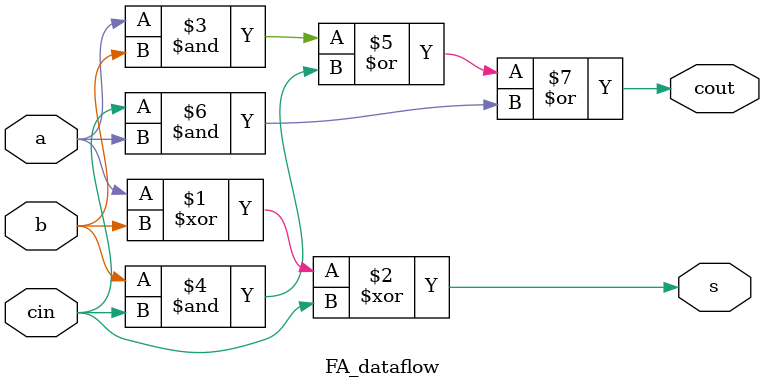
<source format=sv>
module FA_dataflow(a,b,cin,s,cout);
input logic a,b,cin;
output logic s,cout;
assign s = a^b^cin;
assign cout = (a&b)|(b&cin)|(cin&a);
endmodule

</source>
